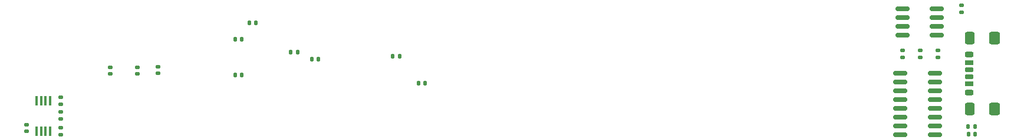
<source format=gtp>
G04 #@! TF.GenerationSoftware,KiCad,Pcbnew,9.0.3*
G04 #@! TF.CreationDate,2025-09-05T12:37:08+02:00*
G04 #@! TF.ProjectId,PCB_RULER_IPRL_2025,5043425f-5255-44c4-9552-5f4950524c5f,rev?*
G04 #@! TF.SameCoordinates,Original*
G04 #@! TF.FileFunction,Paste,Top*
G04 #@! TF.FilePolarity,Positive*
%FSLAX46Y46*%
G04 Gerber Fmt 4.6, Leading zero omitted, Abs format (unit mm)*
G04 Created by KiCad (PCBNEW 9.0.3) date 2025-09-05 12:37:08*
%MOMM*%
%LPD*%
G01*
G04 APERTURE LIST*
G04 Aperture macros list*
%AMRoundRect*
0 Rectangle with rounded corners*
0 $1 Rounding radius*
0 $2 $3 $4 $5 $6 $7 $8 $9 X,Y pos of 4 corners*
0 Add a 4 corners polygon primitive as box body*
4,1,4,$2,$3,$4,$5,$6,$7,$8,$9,$2,$3,0*
0 Add four circle primitives for the rounded corners*
1,1,$1+$1,$2,$3*
1,1,$1+$1,$4,$5*
1,1,$1+$1,$6,$7*
1,1,$1+$1,$8,$9*
0 Add four rect primitives between the rounded corners*
20,1,$1+$1,$2,$3,$4,$5,0*
20,1,$1+$1,$4,$5,$6,$7,0*
20,1,$1+$1,$6,$7,$8,$9,0*
20,1,$1+$1,$8,$9,$2,$3,0*%
G04 Aperture macros list end*
%ADD10RoundRect,0.147500X-0.147500X-0.172500X0.147500X-0.172500X0.147500X0.172500X-0.147500X0.172500X0*%
%ADD11RoundRect,0.135000X-0.185000X0.135000X-0.185000X-0.135000X0.185000X-0.135000X0.185000X0.135000X0*%
%ADD12RoundRect,0.175000X0.425000X-0.175000X0.425000X0.175000X-0.425000X0.175000X-0.425000X-0.175000X0*%
%ADD13RoundRect,0.190000X-0.410000X0.190000X-0.410000X-0.190000X0.410000X-0.190000X0.410000X0.190000X0*%
%ADD14RoundRect,0.200000X-0.400000X0.200000X-0.400000X-0.200000X0.400000X-0.200000X0.400000X0.200000X0*%
%ADD15RoundRect,0.175000X-0.425000X0.175000X-0.425000X-0.175000X0.425000X-0.175000X0.425000X0.175000X0*%
%ADD16RoundRect,0.190000X0.410000X-0.190000X0.410000X0.190000X-0.410000X0.190000X-0.410000X-0.190000X0*%
%ADD17RoundRect,0.200000X0.400000X-0.200000X0.400000X0.200000X-0.400000X0.200000X-0.400000X-0.200000X0*%
%ADD18RoundRect,0.250000X0.425000X-0.650000X0.425000X0.650000X-0.425000X0.650000X-0.425000X-0.650000X0*%
%ADD19RoundRect,0.250000X0.500000X-0.650000X0.500000X0.650000X-0.500000X0.650000X-0.500000X-0.650000X0*%
%ADD20RoundRect,0.150000X-0.850000X-0.150000X0.850000X-0.150000X0.850000X0.150000X-0.850000X0.150000X0*%
%ADD21RoundRect,0.147500X-0.172500X0.147500X-0.172500X-0.147500X0.172500X-0.147500X0.172500X0.147500X0*%
%ADD22RoundRect,0.135000X0.185000X-0.135000X0.185000X0.135000X-0.185000X0.135000X-0.185000X-0.135000X0*%
%ADD23RoundRect,0.150000X-0.825000X-0.150000X0.825000X-0.150000X0.825000X0.150000X-0.825000X0.150000X0*%
%ADD24RoundRect,0.135000X0.135000X0.185000X-0.135000X0.185000X-0.135000X-0.185000X0.135000X-0.185000X0*%
%ADD25RoundRect,0.147500X0.147500X0.172500X-0.147500X0.172500X-0.147500X-0.172500X0.147500X-0.172500X0*%
%ADD26RoundRect,0.140000X0.170000X-0.140000X0.170000X0.140000X-0.170000X0.140000X-0.170000X-0.140000X0*%
%ADD27R,0.450000X1.425000*%
%ADD28RoundRect,0.140000X-0.170000X0.140000X-0.170000X-0.140000X0.170000X-0.140000X0.170000X0.140000X0*%
G04 APERTURE END LIST*
D10*
X124485000Y-96900000D03*
X123515000Y-96900000D03*
X115515000Y-100200000D03*
X116485000Y-100200000D03*
D11*
X213900000Y-96690000D03*
X213900000Y-97710000D03*
D12*
X220967500Y-100500000D03*
D13*
X220967500Y-98480000D03*
D14*
X220967500Y-97250000D03*
D15*
X220967500Y-99500000D03*
D16*
X220967500Y-101520000D03*
D17*
X220967500Y-102750000D03*
D18*
X221022500Y-105125000D03*
D19*
X224602500Y-105125000D03*
D18*
X221022500Y-94875000D03*
D19*
X224602500Y-94875000D03*
D20*
X211050000Y-99960000D03*
X211050000Y-101230000D03*
X211050000Y-102500000D03*
X211050000Y-103770000D03*
X211050000Y-105040000D03*
X211050000Y-106310000D03*
X211050000Y-107580000D03*
X211050000Y-108850000D03*
X216050000Y-108850000D03*
X216050000Y-107580000D03*
X216050000Y-106310000D03*
X216050000Y-105040000D03*
X216050000Y-103770000D03*
X216050000Y-102500000D03*
X216050000Y-101230000D03*
X216050000Y-99960000D03*
D10*
X126515000Y-97950000D03*
X127485000Y-97950000D03*
D21*
X90467750Y-107865000D03*
X90467750Y-108835000D03*
D22*
X219850000Y-91160000D03*
X219850000Y-90140000D03*
D23*
X211350000Y-90700000D03*
X211350000Y-91970000D03*
X211350000Y-93240000D03*
X211350000Y-94510000D03*
X216300000Y-94510000D03*
X216300000Y-93240000D03*
X216300000Y-91970000D03*
X216300000Y-90700000D03*
D24*
X221810000Y-107650000D03*
X220790000Y-107650000D03*
D11*
X216450000Y-96640000D03*
X216450000Y-97660000D03*
D21*
X104400000Y-99030000D03*
X104400000Y-100000000D03*
D25*
X221785000Y-108800000D03*
X220815000Y-108800000D03*
D21*
X97550000Y-99115000D03*
X97550000Y-100085000D03*
D10*
X138165000Y-97550000D03*
X139135000Y-97550000D03*
D26*
X85550000Y-108380000D03*
X85550000Y-107420000D03*
D21*
X101500000Y-99115000D03*
X101500000Y-100085000D03*
D27*
X86992750Y-108362000D03*
X87642750Y-108362000D03*
X88292750Y-108362000D03*
X88942750Y-108362000D03*
X88942750Y-103938000D03*
X88292750Y-103938000D03*
X87642750Y-103938000D03*
X86992750Y-103938000D03*
D10*
X115515000Y-95050000D03*
X116485000Y-95050000D03*
D11*
X90467750Y-103440000D03*
X90467750Y-104460000D03*
D10*
X117515000Y-92700000D03*
X118485000Y-92700000D03*
D28*
X211350000Y-96720000D03*
X211350000Y-97680000D03*
D10*
X141815000Y-101400000D03*
X142785000Y-101400000D03*
D26*
X90467750Y-106560000D03*
X90467750Y-105600000D03*
M02*

</source>
